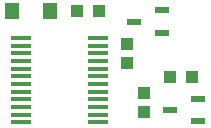
<source format=gtp>
G04 Layer: TopPasteMaskLayer*
G04 EasyEDA v6.3.53, 2020-06-11T20:36:36+02:00*
G04 f86898c5f0de4d6e8d1821827ec38a2b,d798ca008b2c48fc9d28453cf4f639a5,10*
G04 Gerber Generator version 0.2*
G04 Scale: 100 percent, Rotated: No, Reflected: No *
G04 Dimensions in millimeters *
G04 leading zeros omitted , absolute positions ,3 integer and 3 decimal *
%FSLAX33Y33*%
%MOMM*%
G90*
G71D02*

%ADD15R,1.299997X0.599999*%
%ADD16R,1.199998X1.399997*%
%ADD17R,1.099998X0.999998*%
%ADD18R,1.803400X0.406400*%
%ADD19R,0.999998X1.099998*%

%LPD*%
G54D15*
G01X17455Y20507D03*
G01X15056Y19558D03*
G01X17455Y18608D03*
G01X20503Y13014D03*
G01X18104Y12065D03*
G01X20503Y11115D03*
G54D16*
G01X7950Y20447D03*
G01X4749Y20447D03*
G54D17*
G01X14478Y16090D03*
G01X14478Y17690D03*
G01X15875Y13500D03*
G01X15875Y11900D03*
G54D18*
G01X5463Y18186D03*
G01X5463Y17526D03*
G01X5463Y16891D03*
G01X5463Y16230D03*
G01X5463Y15570D03*
G01X5463Y14935D03*
G01X5463Y14274D03*
G01X5463Y13639D03*
G01X5463Y12979D03*
G01X5463Y12319D03*
G01X5463Y11684D03*
G01X5463Y11023D03*
G01X12062Y11023D03*
G01X12062Y11684D03*
G01X12062Y12319D03*
G01X12062Y12979D03*
G01X12062Y13639D03*
G01X12062Y14274D03*
G01X12062Y14935D03*
G01X12062Y15570D03*
G01X12062Y16230D03*
G01X12062Y16891D03*
G01X12062Y17526D03*
G01X12062Y18186D03*
G54D19*
G01X12075Y20447D03*
G01X10275Y20447D03*
G01X19949Y14859D03*
G01X18149Y14859D03*
M00*
M02*

</source>
